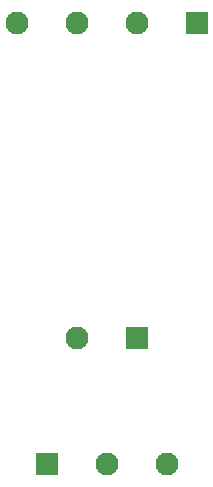
<source format=gbr>
%TF.GenerationSoftware,KiCad,Pcbnew,(5.1.10)-1*%
%TF.CreationDate,2021-08-23T16:29:52+02:00*%
%TF.ProjectId,Module,4d6f6475-6c65-42e6-9b69-6361645f7063,v01*%
%TF.SameCoordinates,Original*%
%TF.FileFunction,Soldermask,Bot*%
%TF.FilePolarity,Negative*%
%FSLAX46Y46*%
G04 Gerber Fmt 4.6, Leading zero omitted, Abs format (unit mm)*
G04 Created by KiCad (PCBNEW (5.1.10)-1) date 2021-08-23 16:29:52*
%MOMM*%
%LPD*%
G01*
G04 APERTURE LIST*
%ADD10R,1.950000X1.950000*%
%ADD11C,1.950000*%
G04 APERTURE END LIST*
D10*
%TO.C,J1*%
X142494000Y-94742000D03*
D11*
X147574000Y-94742000D03*
X152654000Y-94742000D03*
%TD*%
D10*
%TO.C,J2*%
X155194000Y-57404000D03*
D11*
X150114000Y-57404000D03*
X145034000Y-57404000D03*
X139954000Y-57404000D03*
%TD*%
D10*
%TO.C,J3*%
X150114000Y-84074000D03*
D11*
X145034000Y-84074000D03*
%TD*%
M02*

</source>
